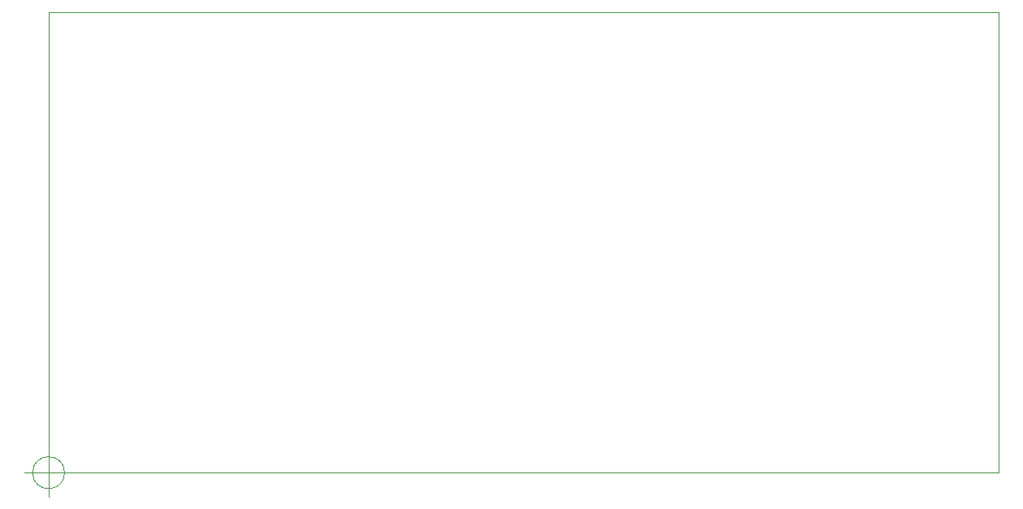
<source format=gbr>
G04 #@! TF.GenerationSoftware,KiCad,Pcbnew,(5.1.9-0-10_14)*
G04 #@! TF.CreationDate,2021-09-02T08:13:15+02:00*
G04 #@! TF.ProjectId,i2c-32io,6932632d-3332-4696-9f2e-6b696361645f,rev?*
G04 #@! TF.SameCoordinates,Original*
G04 #@! TF.FileFunction,Profile,NP*
%FSLAX46Y46*%
G04 Gerber Fmt 4.6, Leading zero omitted, Abs format (unit mm)*
G04 Created by KiCad (PCBNEW (5.1.9-0-10_14)) date 2021-09-02 08:13:15*
%MOMM*%
%LPD*%
G01*
G04 APERTURE LIST*
G04 #@! TA.AperFunction,Profile*
%ADD10C,0.050000*%
G04 #@! TD*
G04 APERTURE END LIST*
D10*
X21500000Y-65000000D02*
X21500000Y-113000000D01*
X120500000Y-65000000D02*
X21500000Y-65000000D01*
X120500000Y-113000000D02*
X120500000Y-65000000D01*
X21500000Y-113000000D02*
X120500000Y-113000000D01*
X23166666Y-113000000D02*
G75*
G03*
X23166666Y-113000000I-1666666J0D01*
G01*
X19000000Y-113000000D02*
X24000000Y-113000000D01*
X21500000Y-110500000D02*
X21500000Y-115500000D01*
M02*

</source>
